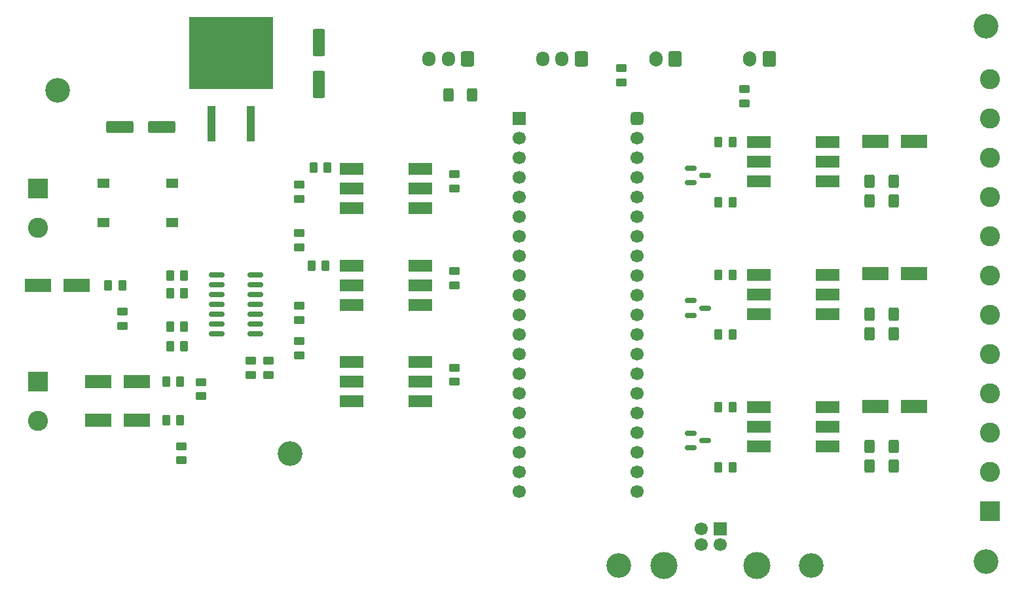
<source format=gbr>
%TF.GenerationSoftware,KiCad,Pcbnew,(6.0.10)*%
%TF.CreationDate,2023-02-08T12:55:31+07:00*%
%TF.ProjectId,3_phase_firing,335f7068-6173-4655-9f66-6972696e672e,rev?*%
%TF.SameCoordinates,Original*%
%TF.FileFunction,Soldermask,Top*%
%TF.FilePolarity,Negative*%
%FSLAX46Y46*%
G04 Gerber Fmt 4.6, Leading zero omitted, Abs format (unit mm)*
G04 Created by KiCad (PCBNEW (6.0.10)) date 2023-02-08 12:55:31*
%MOMM*%
%LPD*%
G01*
G04 APERTURE LIST*
G04 Aperture macros list*
%AMRoundRect*
0 Rectangle with rounded corners*
0 $1 Rounding radius*
0 $2 $3 $4 $5 $6 $7 $8 $9 X,Y pos of 4 corners*
0 Add a 4 corners polygon primitive as box body*
4,1,4,$2,$3,$4,$5,$6,$7,$8,$9,$2,$3,0*
0 Add four circle primitives for the rounded corners*
1,1,$1+$1,$2,$3*
1,1,$1+$1,$4,$5*
1,1,$1+$1,$6,$7*
1,1,$1+$1,$8,$9*
0 Add four rect primitives between the rounded corners*
20,1,$1+$1,$2,$3,$4,$5,0*
20,1,$1+$1,$4,$5,$6,$7,0*
20,1,$1+$1,$6,$7,$8,$9,0*
20,1,$1+$1,$8,$9,$2,$3,0*%
G04 Aperture macros list end*
%ADD10R,1.700000X1.700000*%
%ADD11C,1.700000*%
%ADD12C,3.500000*%
%ADD13R,3.500000X1.800000*%
%ADD14R,3.100000X1.600000*%
%ADD15C,3.200000*%
%ADD16RoundRect,0.250000X0.262500X0.450000X-0.262500X0.450000X-0.262500X-0.450000X0.262500X-0.450000X0*%
%ADD17RoundRect,0.250000X-0.450000X0.262500X-0.450000X-0.262500X0.450000X-0.262500X0.450000X0.262500X0*%
%ADD18RoundRect,0.250000X0.400000X0.625000X-0.400000X0.625000X-0.400000X-0.625000X0.400000X-0.625000X0*%
%ADD19RoundRect,0.250000X0.450000X-0.262500X0.450000X0.262500X-0.450000X0.262500X-0.450000X-0.262500X0*%
%ADD20R,2.600000X2.600000*%
%ADD21C,2.600000*%
%ADD22RoundRect,0.150000X-0.587500X-0.150000X0.587500X-0.150000X0.587500X0.150000X-0.587500X0.150000X0*%
%ADD23RoundRect,0.150000X-0.825000X-0.150000X0.825000X-0.150000X0.825000X0.150000X-0.825000X0.150000X0*%
%ADD24RoundRect,0.250000X1.500000X0.550000X-1.500000X0.550000X-1.500000X-0.550000X1.500000X-0.550000X0*%
%ADD25RoundRect,0.250000X-0.400000X-0.625000X0.400000X-0.625000X0.400000X0.625000X-0.400000X0.625000X0*%
%ADD26RoundRect,0.250000X0.600000X0.725000X-0.600000X0.725000X-0.600000X-0.725000X0.600000X-0.725000X0*%
%ADD27O,1.700000X1.950000*%
%ADD28RoundRect,0.425000X-0.425000X-0.425000X0.425000X-0.425000X0.425000X0.425000X-0.425000X0.425000X0*%
%ADD29R,1.500000X1.300000*%
%ADD30RoundRect,0.250000X0.600000X0.750000X-0.600000X0.750000X-0.600000X-0.750000X0.600000X-0.750000X0*%
%ADD31O,1.700000X2.000000*%
%ADD32RoundRect,0.250000X-0.262500X-0.450000X0.262500X-0.450000X0.262500X0.450000X-0.262500X0.450000X0*%
%ADD33R,1.100000X4.600000*%
%ADD34R,10.800000X9.400000*%
%ADD35RoundRect,0.250000X0.550000X-1.500000X0.550000X1.500000X-0.550000X1.500000X-0.550000X-1.500000X0*%
G04 APERTURE END LIST*
D10*
%TO.C,J4*%
X165735000Y-111532500D03*
D11*
X163235000Y-111532500D03*
X163235000Y-113532500D03*
X165735000Y-113532500D03*
D12*
X170505000Y-116242500D03*
X158465000Y-116242500D03*
%TD*%
D13*
%TO.C,D6*%
X185801000Y-78503000D03*
X190801000Y-78503000D03*
%TD*%
D14*
%TO.C,U3*%
X118055000Y-64960000D03*
X118055000Y-67500000D03*
X118055000Y-70040000D03*
X126945000Y-70040000D03*
X126945000Y-67500000D03*
X126945000Y-64960000D03*
%TD*%
D15*
%TO.C,REF\u002A\u002A*%
X177466000Y-116242500D03*
X177466000Y-116242500D03*
%TD*%
D16*
%TO.C,R17*%
X114704500Y-77470000D03*
X112879500Y-77470000D03*
%TD*%
D17*
%TO.C,R41*%
X168830000Y-54627000D03*
X168830000Y-56452000D03*
%TD*%
D16*
%TO.C,R1*%
X88412500Y-80000000D03*
X86587500Y-80000000D03*
%TD*%
D18*
%TO.C,R36*%
X188160000Y-100855000D03*
X185060000Y-100855000D03*
%TD*%
%TO.C,R33*%
X188160000Y-86250000D03*
X185060000Y-86250000D03*
%TD*%
D16*
%TO.C,R22*%
X167329500Y-78630000D03*
X165504500Y-78630000D03*
%TD*%
D15*
%TO.C,REF\u002A\u002A*%
X80080000Y-54785000D03*
X80080000Y-54785000D03*
%TD*%
D19*
%TO.C,R14*%
X111252000Y-75080500D03*
X111252000Y-73255500D03*
%TD*%
%TO.C,R42*%
X152955000Y-53761500D03*
X152955000Y-51936500D03*
%TD*%
D14*
%TO.C,U11*%
X170735000Y-95775000D03*
X170735000Y-98315000D03*
X170735000Y-100855000D03*
X179625000Y-100855000D03*
X179625000Y-98315000D03*
X179625000Y-95775000D03*
%TD*%
D20*
%TO.C,J3*%
X200580000Y-109237000D03*
D21*
X200580000Y-104157000D03*
X200580000Y-99077000D03*
X200580000Y-93997000D03*
X200580000Y-88917000D03*
X200580000Y-83837000D03*
X200580000Y-78757000D03*
X200580000Y-73677000D03*
X200580000Y-68597000D03*
X200580000Y-63517000D03*
X200580000Y-58437000D03*
X200580000Y-53357000D03*
%TD*%
D22*
%TO.C,Q1*%
X161923500Y-64853000D03*
X161923500Y-66753000D03*
X163798500Y-65803000D03*
%TD*%
D16*
%TO.C,R27*%
X167329500Y-103522000D03*
X165504500Y-103522000D03*
%TD*%
D23*
%TO.C,U1*%
X100649000Y-78690000D03*
X100649000Y-79960000D03*
X100649000Y-81230000D03*
X100649000Y-82500000D03*
X100649000Y-83770000D03*
X100649000Y-85040000D03*
X100649000Y-86310000D03*
X105599000Y-86310000D03*
X105599000Y-85040000D03*
X105599000Y-83770000D03*
X105599000Y-82500000D03*
X105599000Y-81230000D03*
X105599000Y-79960000D03*
X105599000Y-78690000D03*
%TD*%
D16*
%TO.C,R26*%
X167329500Y-95775000D03*
X165504500Y-95775000D03*
%TD*%
%TO.C,R16*%
X114958500Y-64770000D03*
X113133500Y-64770000D03*
%TD*%
%TO.C,R24*%
X167329500Y-61485000D03*
X165504500Y-61485000D03*
%TD*%
D19*
%TO.C,R18*%
X111252000Y-89050500D03*
X111252000Y-87225500D03*
%TD*%
D14*
%TO.C,U5*%
X118055000Y-89960000D03*
X118055000Y-92500000D03*
X118055000Y-95040000D03*
X126945000Y-95040000D03*
X126945000Y-92500000D03*
X126945000Y-89960000D03*
%TD*%
D24*
%TO.C,C1*%
X93505000Y-59563000D03*
X88105000Y-59563000D03*
%TD*%
D16*
%TO.C,R7*%
X96416500Y-78740000D03*
X94591500Y-78740000D03*
%TD*%
%TO.C,R25*%
X167329500Y-86377000D03*
X165504500Y-86377000D03*
%TD*%
%TO.C,R5*%
X95912500Y-97500000D03*
X94087500Y-97500000D03*
%TD*%
%TO.C,R23*%
X167329500Y-69232000D03*
X165504500Y-69232000D03*
%TD*%
D15*
%TO.C,REF\u002A\u002A*%
X152574000Y-116242500D03*
X152574000Y-116242500D03*
%TD*%
%TO.C,REF\u002A\u002A*%
X200080000Y-46535000D03*
X200080000Y-46535000D03*
%TD*%
D25*
%TO.C,R40*%
X130580000Y-55389000D03*
X133680000Y-55389000D03*
%TD*%
D26*
%TO.C,J5*%
X147746666Y-50690000D03*
D27*
X145246666Y-50690000D03*
X142746666Y-50690000D03*
%TD*%
D19*
%TO.C,R15*%
X111252000Y-84478500D03*
X111252000Y-82653500D03*
%TD*%
%TO.C,R6*%
X96012000Y-102663000D03*
X96012000Y-100838000D03*
%TD*%
D10*
%TO.C,U6*%
X139700000Y-58420000D03*
D11*
X139700000Y-60960000D03*
X139700000Y-63500000D03*
X139700000Y-66040000D03*
X139700000Y-68580000D03*
X139700000Y-71120000D03*
X139700000Y-73660000D03*
X139700000Y-76200000D03*
X139700000Y-78740000D03*
X139700000Y-81280000D03*
X139700000Y-83820000D03*
X139700000Y-86360000D03*
X139700000Y-88900000D03*
X139700000Y-91440000D03*
X139700000Y-93980000D03*
X139700000Y-96520000D03*
X139700000Y-99060000D03*
X139700000Y-101600000D03*
X139700000Y-104140000D03*
X139700000Y-106680000D03*
X154940000Y-106680000D03*
X154940000Y-104140000D03*
X154940000Y-101600000D03*
X154940000Y-99060000D03*
X154940000Y-96520000D03*
X154940000Y-93980000D03*
X154940000Y-91440000D03*
X154940000Y-88900000D03*
X154940000Y-86360000D03*
X154940000Y-83820000D03*
X154940000Y-81280000D03*
X154940000Y-78740000D03*
X154940000Y-76200000D03*
X154940000Y-73660000D03*
X154940000Y-71120000D03*
X154940000Y-68580000D03*
X154940000Y-66040000D03*
X154940000Y-63500000D03*
X154940000Y-60960000D03*
D28*
X154940000Y-58420000D03*
%TD*%
D18*
%TO.C,R37*%
X188160000Y-103395000D03*
X185060000Y-103395000D03*
%TD*%
D13*
%TO.C,D2*%
X82500000Y-80000000D03*
X77500000Y-80000000D03*
%TD*%
D17*
%TO.C,R13*%
X111252000Y-67009000D03*
X111252000Y-68834000D03*
%TD*%
D22*
%TO.C,Q2*%
X161923500Y-81998000D03*
X161923500Y-83898000D03*
X163798500Y-82948000D03*
%TD*%
D18*
%TO.C,R28*%
X188160000Y-69105000D03*
X185060000Y-69105000D03*
%TD*%
D29*
%TO.C,D1*%
X94874000Y-71892000D03*
X94874000Y-66792000D03*
X85974000Y-66792000D03*
X85974000Y-71892000D03*
%TD*%
D18*
%TO.C,R29*%
X188160000Y-66565000D03*
X185060000Y-66565000D03*
%TD*%
D30*
%TO.C,J8*%
X159913332Y-50690000D03*
D31*
X157413332Y-50690000D03*
%TD*%
D19*
%TO.C,R4*%
X98552000Y-94359100D03*
X98552000Y-92534100D03*
%TD*%
D32*
%TO.C,R8*%
X94591500Y-81026000D03*
X96416500Y-81026000D03*
%TD*%
D16*
%TO.C,R3*%
X95912500Y-92500000D03*
X94087500Y-92500000D03*
%TD*%
%TO.C,R9*%
X96416500Y-87884000D03*
X94591500Y-87884000D03*
%TD*%
D13*
%TO.C,D5*%
X185801000Y-61358000D03*
X190801000Y-61358000D03*
%TD*%
D14*
%TO.C,U4*%
X118055000Y-77460000D03*
X118055000Y-80000000D03*
X118055000Y-82540000D03*
X126945000Y-82540000D03*
X126945000Y-80000000D03*
X126945000Y-77460000D03*
%TD*%
D19*
%TO.C,R20*%
X131365000Y-80000000D03*
X131365000Y-78175000D03*
%TD*%
D20*
%TO.C,J1*%
X77500000Y-67500000D03*
D21*
X77500000Y-72580000D03*
%TD*%
D13*
%TO.C,D7*%
X185801000Y-95648000D03*
X190801000Y-95648000D03*
%TD*%
D33*
%TO.C,U2*%
X99960000Y-59150000D03*
D34*
X102500000Y-50000000D03*
D33*
X105040000Y-59150000D03*
%TD*%
D14*
%TO.C,U7*%
X170735000Y-61485000D03*
X170735000Y-64025000D03*
X170735000Y-66565000D03*
X179625000Y-66565000D03*
X179625000Y-64025000D03*
X179625000Y-61485000D03*
%TD*%
D30*
%TO.C,J6*%
X172080000Y-50690000D03*
D31*
X169580000Y-50690000D03*
%TD*%
D18*
%TO.C,R32*%
X188160000Y-83710000D03*
X185060000Y-83710000D03*
%TD*%
D14*
%TO.C,U9*%
X170735000Y-78630000D03*
X170735000Y-81170000D03*
X170735000Y-83710000D03*
X179625000Y-83710000D03*
X179625000Y-81170000D03*
X179625000Y-78630000D03*
%TD*%
D17*
%TO.C,R11*%
X105003600Y-89765500D03*
X105003600Y-91590500D03*
%TD*%
D26*
%TO.C,J7*%
X133080000Y-50690000D03*
D27*
X130580000Y-50690000D03*
X128080000Y-50690000D03*
%TD*%
D19*
%TO.C,R12*%
X107289600Y-91590500D03*
X107289600Y-89765500D03*
%TD*%
D15*
%TO.C,REF\u002A\u002A*%
X110080000Y-101785000D03*
X110080000Y-101785000D03*
%TD*%
D35*
%TO.C,C2*%
X113792000Y-54008000D03*
X113792000Y-48608000D03*
%TD*%
D13*
%TO.C,D3*%
X90330000Y-92500000D03*
X85330000Y-92500000D03*
%TD*%
D32*
%TO.C,R10*%
X94591500Y-85344000D03*
X96416500Y-85344000D03*
%TD*%
D19*
%TO.C,R2*%
X88392000Y-85240500D03*
X88392000Y-83415500D03*
%TD*%
D22*
%TO.C,Q3*%
X161923500Y-99143000D03*
X161923500Y-101043000D03*
X163798500Y-100093000D03*
%TD*%
D13*
%TO.C,D4*%
X90330000Y-97500000D03*
X85330000Y-97500000D03*
%TD*%
D15*
%TO.C,REF\u002A\u002A*%
X200080000Y-115785000D03*
X200080000Y-115785000D03*
%TD*%
D19*
%TO.C,R21*%
X131365000Y-92500000D03*
X131365000Y-90675000D03*
%TD*%
%TO.C,R19*%
X131365000Y-67500000D03*
X131365000Y-65675000D03*
%TD*%
D20*
%TO.C,J2*%
X77500000Y-92500000D03*
D21*
X77500000Y-97580000D03*
%TD*%
M02*

</source>
